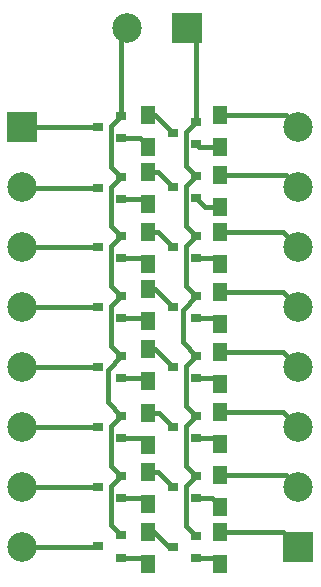
<source format=gbr>
%TF.GenerationSoftware,KiCad,Pcbnew,6.0.0-unknown-30ec895~86~ubuntu16.04.1*%
%TF.CreationDate,2021-05-25T09:51:37+03:00*%
%TF.ProjectId,npn-to-pnp,6e706e2d-746f-42d7-906e-702e6b696361,rev?*%
%TF.SameCoordinates,Original*%
%TF.FileFunction,Copper,L1,Top*%
%TF.FilePolarity,Positive*%
%FSLAX46Y46*%
G04 Gerber Fmt 4.6, Leading zero omitted, Abs format (unit mm)*
G04 Created by KiCad (PCBNEW 6.0.0-unknown-30ec895~86~ubuntu16.04.1) date 2021-05-25 09:51:37*
%MOMM*%
%LPD*%
G04 APERTURE LIST*
%TA.AperFunction,SMDPad,CuDef*%
%ADD10R,1.300000X1.500000*%
%TD*%
%TA.AperFunction,SMDPad,CuDef*%
%ADD11R,0.900000X0.800000*%
%TD*%
%TA.AperFunction,ComponentPad*%
%ADD12R,2.500000X2.500000*%
%TD*%
%TA.AperFunction,ComponentPad*%
%ADD13C,2.500000*%
%TD*%
%TA.AperFunction,Conductor*%
%ADD14C,0.400000*%
%TD*%
G04 APERTURE END LIST*
D10*
%TO.P,R16,1*%
%TO.N,Net-(Q16-Pad1)*%
X99822000Y-91346000D03*
%TO.P,R16,2*%
%TO.N,Net-(Q12-Pad3)*%
X99822000Y-88646000D03*
%TD*%
%TO.P,R15,1*%
%TO.N,Net-(Q15-Pad1)*%
X99822000Y-86266000D03*
%TO.P,R15,2*%
%TO.N,Net-(Q11-Pad3)*%
X99822000Y-83566000D03*
%TD*%
%TO.P,R14,1*%
%TO.N,Net-(Q14-Pad1)*%
X99822000Y-81280000D03*
%TO.P,R14,2*%
%TO.N,Net-(Q10-Pad3)*%
X99822000Y-78580000D03*
%TD*%
%TO.P,R13,1*%
%TO.N,Net-(Q13-Pad1)*%
X99822000Y-75852000D03*
%TO.P,R13,2*%
%TO.N,Net-(Q9-Pad3)*%
X99822000Y-73152000D03*
%TD*%
%TO.P,R12,1*%
%TO.N,Net-(Q12-Pad1)*%
X105918000Y-91346000D03*
%TO.P,R12,2*%
%TO.N,IN8*%
X105918000Y-88646000D03*
%TD*%
%TO.P,R11,1*%
%TO.N,Net-(Q11-Pad1)*%
X105918000Y-86520000D03*
%TO.P,R11,2*%
%TO.N,IN7*%
X105918000Y-83820000D03*
%TD*%
%TO.P,R10,1*%
%TO.N,Net-(Q10-Pad1)*%
X105918000Y-81186000D03*
%TO.P,R10,2*%
%TO.N,IN6*%
X105918000Y-78486000D03*
%TD*%
%TO.P,R9,1*%
%TO.N,Net-(Q9-Pad1)*%
X105918000Y-76106000D03*
%TO.P,R9,2*%
%TO.N,IN5*%
X105918000Y-73406000D03*
%TD*%
%TO.P,R8,1*%
%TO.N,Net-(Q8-Pad1)*%
X99822000Y-70772000D03*
%TO.P,R8,2*%
%TO.N,Net-(Q4-Pad3)*%
X99822000Y-68072000D03*
%TD*%
%TO.P,R7,1*%
%TO.N,Net-(Q7-Pad1)*%
X99822000Y-65946000D03*
%TO.P,R7,2*%
%TO.N,Net-(Q3-Pad3)*%
X99822000Y-63246000D03*
%TD*%
%TO.P,R6,1*%
%TO.N,Net-(Q6-Pad1)*%
X99822000Y-60866000D03*
%TO.P,R6,2*%
%TO.N,Net-(Q2-Pad3)*%
X99822000Y-58166000D03*
%TD*%
%TO.P,R5,1*%
%TO.N,Net-(Q5-Pad1)*%
X99822000Y-56040000D03*
%TO.P,R5,2*%
%TO.N,Net-(Q1-Pad3)*%
X99822000Y-53340000D03*
%TD*%
%TO.P,R4,1*%
%TO.N,Net-(Q4-Pad1)*%
X105918000Y-71026000D03*
%TO.P,R4,2*%
%TO.N,IN4*%
X105918000Y-68326000D03*
%TD*%
%TO.P,R3,1*%
%TO.N,Net-(Q3-Pad1)*%
X105918000Y-65946000D03*
%TO.P,R3,2*%
%TO.N,IN3*%
X105918000Y-63246000D03*
%TD*%
%TO.P,R2,1*%
%TO.N,Net-(Q2-Pad1)*%
X105918000Y-61120000D03*
%TO.P,R2,2*%
%TO.N,IN2*%
X105918000Y-58420000D03*
%TD*%
%TO.P,R1,1*%
%TO.N,Net-(Q1-Pad1)*%
X105918000Y-56040000D03*
%TO.P,R1,2*%
%TO.N,IN1*%
X105918000Y-53340000D03*
%TD*%
D11*
%TO.P,Q16,1*%
%TO.N,Net-(Q16-Pad1)*%
X97536000Y-90800000D03*
%TO.P,Q16,2*%
%TO.N,+24V*%
X97536000Y-88900000D03*
%TO.P,Q16,3*%
%TO.N,OUT8*%
X95536000Y-89850000D03*
%TD*%
%TO.P,Q15,1*%
%TO.N,Net-(Q15-Pad1)*%
X97536000Y-85786000D03*
%TO.P,Q15,2*%
%TO.N,+24V*%
X97536000Y-83886000D03*
%TO.P,Q15,3*%
%TO.N,OUT7*%
X95536000Y-84836000D03*
%TD*%
%TO.P,Q14,1*%
%TO.N,Net-(Q14-Pad1)*%
X97520000Y-80706000D03*
%TO.P,Q14,2*%
%TO.N,+24V*%
X97520000Y-78806000D03*
%TO.P,Q14,3*%
%TO.N,OUT6*%
X95520000Y-79756000D03*
%TD*%
%TO.P,Q13,1*%
%TO.N,Net-(Q13-Pad1)*%
X97520000Y-75626000D03*
%TO.P,Q13,2*%
%TO.N,+24V*%
X97520000Y-73726000D03*
%TO.P,Q13,3*%
%TO.N,OUT5*%
X95520000Y-74676000D03*
%TD*%
%TO.P,Q12,1*%
%TO.N,Net-(Q12-Pad1)*%
X103870000Y-90866000D03*
%TO.P,Q12,2*%
%TO.N,GND*%
X103870000Y-88966000D03*
%TO.P,Q12,3*%
%TO.N,Net-(Q12-Pad3)*%
X101870000Y-89916000D03*
%TD*%
%TO.P,Q11,1*%
%TO.N,Net-(Q11-Pad1)*%
X103870000Y-85786000D03*
%TO.P,Q11,2*%
%TO.N,GND*%
X103870000Y-83886000D03*
%TO.P,Q11,3*%
%TO.N,Net-(Q11-Pad3)*%
X101870000Y-84836000D03*
%TD*%
%TO.P,Q10,1*%
%TO.N,Net-(Q10-Pad1)*%
X103870000Y-80706000D03*
%TO.P,Q10,2*%
%TO.N,GND*%
X103870000Y-78806000D03*
%TO.P,Q10,3*%
%TO.N,Net-(Q10-Pad3)*%
X101870000Y-79756000D03*
%TD*%
%TO.P,Q9,1*%
%TO.N,Net-(Q9-Pad1)*%
X103870000Y-75626000D03*
%TO.P,Q9,2*%
%TO.N,GND*%
X103870000Y-73726000D03*
%TO.P,Q9,3*%
%TO.N,Net-(Q9-Pad3)*%
X101870000Y-74676000D03*
%TD*%
%TO.P,Q8,1*%
%TO.N,Net-(Q8-Pad1)*%
X97536000Y-70546000D03*
%TO.P,Q8,2*%
%TO.N,+24V*%
X97536000Y-68646000D03*
%TO.P,Q8,3*%
%TO.N,OUT4*%
X95536000Y-69596000D03*
%TD*%
%TO.P,Q7,1*%
%TO.N,Net-(Q7-Pad1)*%
X97520000Y-65466000D03*
%TO.P,Q7,2*%
%TO.N,+24V*%
X97520000Y-63566000D03*
%TO.P,Q7,3*%
%TO.N,OUT3*%
X95520000Y-64516000D03*
%TD*%
%TO.P,Q6,1*%
%TO.N,Net-(Q6-Pad1)*%
X97536000Y-60452000D03*
%TO.P,Q6,2*%
%TO.N,+24V*%
X97536000Y-58552000D03*
%TO.P,Q6,3*%
%TO.N,OUT2*%
X95536000Y-59502000D03*
%TD*%
%TO.P,Q5,1*%
%TO.N,Net-(Q5-Pad1)*%
X97520000Y-55306000D03*
%TO.P,Q5,2*%
%TO.N,+24V*%
X97520000Y-53406000D03*
%TO.P,Q5,3*%
%TO.N,OUT1*%
X95520000Y-54356000D03*
%TD*%
%TO.P,Q4,1*%
%TO.N,Net-(Q4-Pad1)*%
X103870000Y-70546000D03*
%TO.P,Q4,2*%
%TO.N,GND*%
X103870000Y-68646000D03*
%TO.P,Q4,3*%
%TO.N,Net-(Q4-Pad3)*%
X101870000Y-69596000D03*
%TD*%
%TO.P,Q3,1*%
%TO.N,Net-(Q3-Pad1)*%
X103870000Y-65466000D03*
%TO.P,Q3,2*%
%TO.N,GND*%
X103870000Y-63566000D03*
%TO.P,Q3,3*%
%TO.N,Net-(Q3-Pad3)*%
X101870000Y-64516000D03*
%TD*%
%TO.P,Q2,1*%
%TO.N,Net-(Q2-Pad1)*%
X103870000Y-60386000D03*
%TO.P,Q2,2*%
%TO.N,GND*%
X103870000Y-58486000D03*
%TO.P,Q2,3*%
%TO.N,Net-(Q2-Pad3)*%
X101870000Y-59436000D03*
%TD*%
%TO.P,Q1,1*%
%TO.N,Net-(Q1-Pad1)*%
X103870000Y-55814000D03*
%TO.P,Q1,2*%
%TO.N,GND*%
X103870000Y-53914000D03*
%TO.P,Q1,3*%
%TO.N,Net-(Q1-Pad3)*%
X101870000Y-54864000D03*
%TD*%
D12*
%TO.P,J3,1*%
%TO.N,OUT1*%
X89154000Y-54356000D03*
D13*
%TO.P,J3,2*%
%TO.N,OUT2*%
X89154000Y-59436000D03*
%TO.P,J3,3*%
%TO.N,OUT3*%
X89154000Y-64516000D03*
%TO.P,J3,4*%
%TO.N,OUT4*%
X89154000Y-69596000D03*
%TO.P,J3,5*%
%TO.N,OUT5*%
X89154000Y-74676000D03*
%TO.P,J3,6*%
%TO.N,OUT6*%
X89154000Y-79756000D03*
%TO.P,J3,7*%
%TO.N,OUT7*%
X89154000Y-84836000D03*
%TO.P,J3,8*%
%TO.N,OUT8*%
X89154000Y-89916000D03*
%TD*%
D12*
%TO.P,J2,1*%
%TO.N,IN8*%
X112522000Y-89916000D03*
D13*
%TO.P,J2,2*%
%TO.N,IN7*%
X112522000Y-84836000D03*
%TO.P,J2,3*%
%TO.N,IN6*%
X112522000Y-79756000D03*
%TO.P,J2,4*%
%TO.N,IN5*%
X112522000Y-74676000D03*
%TO.P,J2,5*%
%TO.N,IN4*%
X112522000Y-69596000D03*
%TO.P,J2,6*%
%TO.N,IN3*%
X112522000Y-64516000D03*
%TO.P,J2,7*%
%TO.N,IN2*%
X112522000Y-59436000D03*
%TO.P,J2,8*%
%TO.N,IN1*%
X112522000Y-54356000D03*
%TD*%
D12*
%TO.P,J1,1*%
%TO.N,GND*%
X103124000Y-45974000D03*
D13*
%TO.P,J1,2*%
%TO.N,+24V*%
X98044000Y-45974000D03*
%TD*%
D14*
%TO.N,Net-(Q16-Pad1)*%
X97536000Y-90800000D02*
X99276000Y-90800000D01*
X99276000Y-90800000D02*
X99822000Y-91346000D01*
%TO.N,Net-(Q15-Pad1)*%
X97536000Y-85786000D02*
X99342000Y-85786000D01*
X99342000Y-85786000D02*
X99822000Y-86266000D01*
%TO.N,Net-(Q14-Pad1)*%
X97520000Y-80706000D02*
X99248000Y-80706000D01*
X99248000Y-80706000D02*
X99822000Y-81280000D01*
%TO.N,Net-(Q13-Pad1)*%
X97520000Y-75626000D02*
X99596000Y-75626000D01*
X99596000Y-75626000D02*
X99822000Y-75852000D01*
%TO.N,Net-(Q12-Pad3)*%
X100330000Y-88646000D02*
X101600000Y-89916000D01*
X101600000Y-89916000D02*
X101870000Y-89916000D01*
X99822000Y-88646000D02*
X100330000Y-88646000D01*
%TO.N,Net-(Q12-Pad1)*%
X103870000Y-90866000D02*
X105438000Y-90866000D01*
X105438000Y-90866000D02*
X105918000Y-91346000D01*
%TO.N,Net-(Q11-Pad3)*%
X99822000Y-83566000D02*
X100600000Y-83566000D01*
X100600000Y-83566000D02*
X101870000Y-84836000D01*
%TO.N,Net-(Q11-Pad1)*%
X103870000Y-85786000D02*
X105184000Y-85786000D01*
X105184000Y-85786000D02*
X105918000Y-86520000D01*
%TO.N,Net-(Q10-Pad3)*%
X99822000Y-78580000D02*
X100694000Y-78580000D01*
X100694000Y-78580000D02*
X101870000Y-79756000D01*
%TO.N,Net-(Q10-Pad1)*%
X103870000Y-80706000D02*
X105438000Y-80706000D01*
X105438000Y-80706000D02*
X105918000Y-81186000D01*
%TO.N,Net-(Q9-Pad3)*%
X99822000Y-73152000D02*
X100346000Y-73152000D01*
X100346000Y-73152000D02*
X101870000Y-74676000D01*
%TO.N,Net-(Q9-Pad1)*%
X103870000Y-75626000D02*
X105438000Y-75626000D01*
X105438000Y-75626000D02*
X105918000Y-76106000D01*
%TO.N,Net-(Q8-Pad1)*%
X97536000Y-70546000D02*
X99596000Y-70546000D01*
X99596000Y-70546000D02*
X99822000Y-70772000D01*
%TO.N,Net-(Q7-Pad1)*%
X97520000Y-65466000D02*
X99342000Y-65466000D01*
X99342000Y-65466000D02*
X99822000Y-65946000D01*
%TO.N,Net-(Q6-Pad1)*%
X97536000Y-60452000D02*
X99408000Y-60452000D01*
X99408000Y-60452000D02*
X99822000Y-60866000D01*
%TO.N,Net-(Q5-Pad1)*%
X97520000Y-55306000D02*
X99088000Y-55306000D01*
X99088000Y-55306000D02*
X99822000Y-56040000D01*
%TO.N,Net-(Q4-Pad3)*%
X99822000Y-68072000D02*
X100346000Y-68072000D01*
X100346000Y-68072000D02*
X101870000Y-69596000D01*
%TO.N,Net-(Q4-Pad1)*%
X103870000Y-70546000D02*
X105438000Y-70546000D01*
X105438000Y-70546000D02*
X105918000Y-71026000D01*
%TO.N,Net-(Q3-Pad3)*%
X99822000Y-63246000D02*
X100600000Y-63246000D01*
X100600000Y-63246000D02*
X101870000Y-64516000D01*
%TO.N,Net-(Q3-Pad1)*%
X103870000Y-65466000D02*
X105438000Y-65466000D01*
X105438000Y-65466000D02*
X105918000Y-65946000D01*
%TO.N,Net-(Q2-Pad3)*%
X99822000Y-58166000D02*
X100600000Y-58166000D01*
X100600000Y-58166000D02*
X101870000Y-59436000D01*
%TO.N,Net-(Q2-Pad1)*%
X105918000Y-61120000D02*
X104604000Y-61120000D01*
X104604000Y-61120000D02*
X103870000Y-60386000D01*
%TO.N,Net-(Q1-Pad3)*%
X99822000Y-53340000D02*
X100346000Y-53340000D01*
X100346000Y-53340000D02*
X101870000Y-54864000D01*
%TO.N,Net-(Q1-Pad1)*%
X105918000Y-56040000D02*
X104096000Y-56040000D01*
X104096000Y-56040000D02*
X103870000Y-55814000D01*
%TO.N,OUT8*%
X89154000Y-89916000D02*
X95470000Y-89916000D01*
X95470000Y-89916000D02*
X95536000Y-89850000D01*
%TO.N,OUT7*%
X89154000Y-84836000D02*
X95536000Y-84836000D01*
%TO.N,OUT6*%
X89154000Y-79756000D02*
X95520000Y-79756000D01*
%TO.N,OUT5*%
X95520000Y-74676000D02*
X89154000Y-74676000D01*
%TO.N,OUT4*%
X95536000Y-69596000D02*
X89154000Y-69596000D01*
%TO.N,OUT3*%
X89154000Y-64516000D02*
X95520000Y-64516000D01*
%TO.N,OUT2*%
X95536000Y-59502000D02*
X89220000Y-59502000D01*
X89220000Y-59502000D02*
X89154000Y-59436000D01*
%TO.N,OUT1*%
X95520000Y-54356000D02*
X89154000Y-54356000D01*
%TO.N,IN1*%
X105918000Y-53340000D02*
X111506000Y-53340000D01*
X111506000Y-53340000D02*
X112522000Y-54356000D01*
%TO.N,IN2*%
X105918000Y-58420000D02*
X111506000Y-58420000D01*
X111506000Y-58420000D02*
X112522000Y-59436000D01*
%TO.N,IN3*%
X105918000Y-63246000D02*
X111252000Y-63246000D01*
X111252000Y-63246000D02*
X112522000Y-64516000D01*
%TO.N,IN4*%
X105918000Y-68326000D02*
X111252000Y-68326000D01*
X111252000Y-68326000D02*
X112522000Y-69596000D01*
%TO.N,IN5*%
X105918000Y-73406000D02*
X111252000Y-73406000D01*
X111252000Y-73406000D02*
X112522000Y-74676000D01*
%TO.N,IN6*%
X105918000Y-78486000D02*
X111252000Y-78486000D01*
X111252000Y-78486000D02*
X112522000Y-79756000D01*
%TO.N,IN7*%
X105918000Y-83820000D02*
X111506000Y-83820000D01*
X111506000Y-83820000D02*
X112522000Y-84836000D01*
%TO.N,IN8*%
X105918000Y-88646000D02*
X111252000Y-88646000D01*
X111252000Y-88646000D02*
X112522000Y-89916000D01*
%TO.N,+24V*%
X97520000Y-53406000D02*
X97520000Y-46498000D01*
X97520000Y-46498000D02*
X98044000Y-45974000D01*
X97536000Y-58552000D02*
X96669999Y-57685999D01*
X96669999Y-57685999D02*
X96669999Y-54256001D01*
X96669999Y-54256001D02*
X97520000Y-53406000D01*
X97520000Y-63566000D02*
X96685999Y-62731999D01*
X96685999Y-62731999D02*
X96685999Y-59402001D01*
X96685999Y-59402001D02*
X97536000Y-58552000D01*
X97536000Y-68646000D02*
X96669999Y-67779999D01*
X96669999Y-67779999D02*
X96669999Y-64416001D01*
X96669999Y-64416001D02*
X97520000Y-63566000D01*
X97520000Y-73726000D02*
X96685999Y-72891999D01*
X96685999Y-72891999D02*
X96685999Y-69496001D01*
X96685999Y-69496001D02*
X97536000Y-68646000D01*
X97520000Y-78806000D02*
X96370001Y-77656001D01*
X96370001Y-77656001D02*
X96370001Y-74875999D01*
X96370001Y-74875999D02*
X97520000Y-73726000D01*
X97536000Y-83886000D02*
X96669999Y-83019999D01*
X96669999Y-83019999D02*
X96669999Y-79656001D01*
X96669999Y-79656001D02*
X97520000Y-78806000D01*
X97536000Y-88900000D02*
X96685999Y-88049999D01*
X96685999Y-88049999D02*
X96685999Y-84736001D01*
X96685999Y-84736001D02*
X97536000Y-83886000D01*
%TO.N,GND*%
X103870000Y-53914000D02*
X103870000Y-46720000D01*
X103870000Y-46720000D02*
X103124000Y-45974000D01*
X103870000Y-58486000D02*
X103019999Y-57635999D01*
X103019999Y-57635999D02*
X103019999Y-54764001D01*
X103019999Y-54764001D02*
X103870000Y-53914000D01*
X103870000Y-63566000D02*
X103019999Y-62715999D01*
X103019999Y-59336001D02*
X103870000Y-58486000D01*
X103019999Y-62715999D02*
X103019999Y-59336001D01*
X103870000Y-68646000D02*
X103019999Y-67795999D01*
X103019999Y-67795999D02*
X103019999Y-64416001D01*
X103019999Y-64416001D02*
X103870000Y-63566000D01*
X103870000Y-73726000D02*
X102720001Y-72576001D01*
X102720001Y-72576001D02*
X102720001Y-69795999D01*
X102720001Y-69795999D02*
X103870000Y-68646000D01*
X103870000Y-78806000D02*
X103019999Y-77955999D01*
X103019999Y-77955999D02*
X103019999Y-74576001D01*
X103019999Y-74576001D02*
X103870000Y-73726000D01*
X103870000Y-83886000D02*
X103019999Y-83035999D01*
X103019999Y-83035999D02*
X103019999Y-79656001D01*
X103019999Y-79656001D02*
X103870000Y-78806000D01*
X103870000Y-88966000D02*
X103019999Y-88115999D01*
X103019999Y-88115999D02*
X103019999Y-84736001D01*
X103019999Y-84736001D02*
X103870000Y-83886000D01*
%TD*%
M02*

</source>
